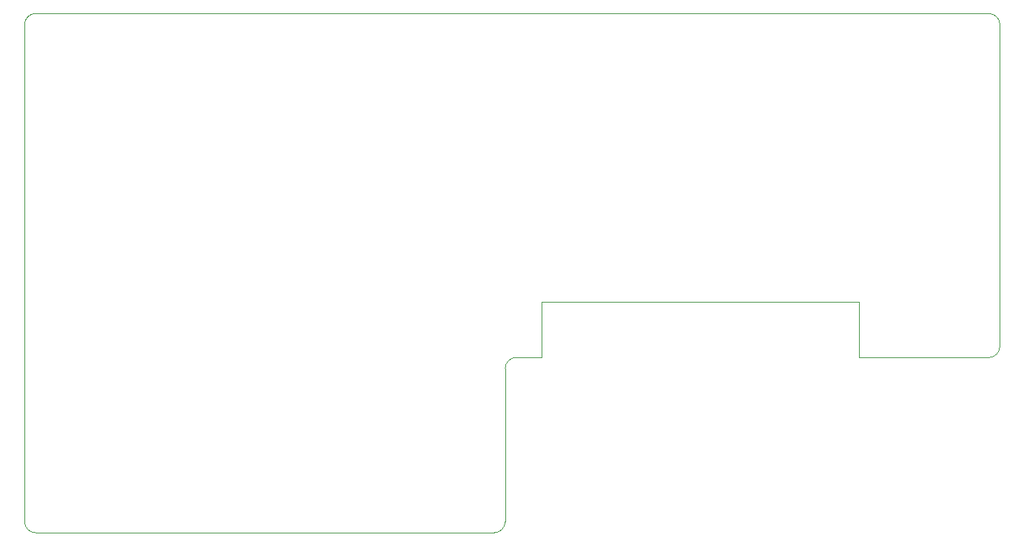
<source format=gbr>
%TF.GenerationSoftware,KiCad,Pcbnew,7.0.7-7.0.7~ubuntu23.04.1*%
%TF.CreationDate,2023-09-24T09:12:25+02:00*%
%TF.ProjectId,SweFlops,53776546-6c6f-4707-932e-6b696361645f,1.03*%
%TF.SameCoordinates,PX6312cb0PY6bcb370*%
%TF.FileFunction,Profile,NP*%
%FSLAX46Y46*%
G04 Gerber Fmt 4.6, Leading zero omitted, Abs format (unit mm)*
G04 Created by KiCad (PCBNEW 7.0.7-7.0.7~ubuntu23.04.1) date 2023-09-24 09:12:25*
%MOMM*%
%LPD*%
G01*
G04 APERTURE LIST*
%TA.AperFunction,Profile*%
%ADD10C,0.050000*%
%TD*%
G04 APERTURE END LIST*
D10*
X86868000Y18280000D02*
X101694000Y18280000D01*
X45085000Y-1778000D02*
G75*
G03*
X46355000Y-508000I0J1270000D01*
G01*
X-8636000Y56388000D02*
X-8636000Y-508000D01*
X47625000Y18288000D02*
G75*
G03*
X46355000Y17018000I0J-1270000D01*
G01*
X102964000Y56380000D02*
X102964000Y19550000D01*
X50546000Y18288000D02*
X47625000Y18288000D01*
X-7366000Y-1778000D02*
X45085000Y-1778000D01*
X86868000Y24638000D02*
X50546000Y24638000D01*
X-7366000Y57658000D02*
G75*
G03*
X-8636000Y56388000I0J-1270000D01*
G01*
X-7366000Y57658000D02*
X101694000Y57650000D01*
X46355000Y-508000D02*
X46355000Y17018000D01*
X50546000Y24638000D02*
X50546000Y18288000D01*
X102964000Y56380000D02*
G75*
G03*
X101694000Y57650000I-1270000J0D01*
G01*
X-8636000Y-508000D02*
G75*
G03*
X-7366000Y-1778000I1270000J0D01*
G01*
X86868000Y18280000D02*
X86868000Y24638000D01*
X101694000Y18280000D02*
G75*
G03*
X102964000Y19550000I0J1270000D01*
G01*
M02*

</source>
